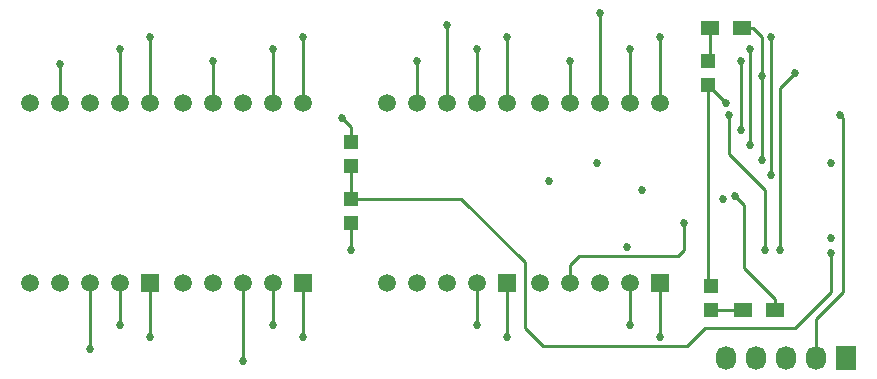
<source format=gbl>
G04 #@! TF.FileFunction,Copper,L4,Bot,Signal*
%FSLAX46Y46*%
G04 Gerber Fmt 4.6, Leading zero omitted, Abs format (unit mm)*
G04 Created by KiCad (PCBNEW (2015-05-26 BZR 5680)-product) date 2015 June 10, Wednesday 08:28:09*
%MOMM*%
G01*
G04 APERTURE LIST*
%ADD10C,0.100000*%
%ADD11R,1.198880X1.198880*%
%ADD12R,1.727200X2.032000*%
%ADD13O,1.727200X2.032000*%
%ADD14R,1.500000X1.500000*%
%ADD15C,1.500000*%
%ADD16R,1.500000X1.300000*%
%ADD17C,0.685800*%
%ADD18C,0.254000*%
G04 APERTURE END LIST*
D10*
D11*
X115570000Y-54643020D03*
X115570000Y-52544980D03*
X146050000Y-62009020D03*
X146050000Y-59910980D03*
X145796000Y-40860980D03*
X145796000Y-42959020D03*
D12*
X157480000Y-66040000D03*
D13*
X154940000Y-66040000D03*
X152400000Y-66040000D03*
X149860000Y-66040000D03*
X147320000Y-66040000D03*
D11*
X115570000Y-47718980D03*
X115570000Y-49817020D03*
D14*
X98552000Y-59690000D03*
D15*
X96012000Y-59690000D03*
X93472000Y-59690000D03*
X90932000Y-59690000D03*
X88392000Y-59690000D03*
X88392000Y-44450000D03*
X90932000Y-44450000D03*
X93472000Y-44450000D03*
X96012000Y-44450000D03*
X98552000Y-44450000D03*
D14*
X111506000Y-59690000D03*
D15*
X108966000Y-59690000D03*
X106426000Y-59690000D03*
X103886000Y-59690000D03*
X101346000Y-59690000D03*
X101346000Y-44450000D03*
X103886000Y-44450000D03*
X106426000Y-44450000D03*
X108966000Y-44450000D03*
X111506000Y-44450000D03*
D14*
X128778000Y-59690000D03*
D15*
X126238000Y-59690000D03*
X123698000Y-59690000D03*
X121158000Y-59690000D03*
X118618000Y-59690000D03*
X118618000Y-44450000D03*
X121158000Y-44450000D03*
X123698000Y-44450000D03*
X126238000Y-44450000D03*
X128778000Y-44450000D03*
D14*
X141732000Y-59690000D03*
D15*
X139192000Y-59690000D03*
X136652000Y-59690000D03*
X134112000Y-59690000D03*
X131572000Y-59690000D03*
X131572000Y-44450000D03*
X134112000Y-44450000D03*
X136652000Y-44450000D03*
X139192000Y-44450000D03*
X141732000Y-44450000D03*
D16*
X148764000Y-61976000D03*
X151464000Y-61976000D03*
X145970000Y-38100000D03*
X148670000Y-38100000D03*
D17*
X141732000Y-64262000D03*
X128778000Y-64262000D03*
X111506000Y-64262000D03*
X98552000Y-64262000D03*
X139192000Y-63246000D03*
X126238000Y-63246000D03*
X108966000Y-63246000D03*
X96012000Y-63246000D03*
X136652000Y-36830000D03*
X151892000Y-56896000D03*
X153162000Y-41910000D03*
X143764000Y-54610000D03*
X150368000Y-42164000D03*
X150368000Y-49276000D03*
X148082000Y-52324000D03*
X148590000Y-40894000D03*
X148590000Y-46736000D03*
X134112000Y-40894000D03*
X121158000Y-40894000D03*
X103886000Y-40894000D03*
X90932000Y-41148000D03*
X149352000Y-39878000D03*
X149352000Y-48006000D03*
X139192000Y-39878000D03*
X126238000Y-39878000D03*
X108966000Y-39878000D03*
X96012000Y-39878000D03*
X151130000Y-38862000D03*
X151130000Y-50546000D03*
X141732000Y-38862000D03*
X128778000Y-38862000D03*
X111506000Y-38862000D03*
X98552000Y-38862000D03*
X123698000Y-37846000D03*
X106426000Y-66294000D03*
X93472000Y-65278000D03*
X136398000Y-49530000D03*
X140208000Y-51816000D03*
X147066000Y-52578000D03*
X156210000Y-55880000D03*
X156210000Y-49530000D03*
X138938000Y-56642000D03*
X132334000Y-51054000D03*
X147320000Y-44450000D03*
X156972000Y-45466000D03*
X150622000Y-56896000D03*
X147574000Y-45466000D03*
X114808000Y-45720000D03*
X156210000Y-57150000D03*
X115570000Y-56896000D03*
D18*
X141732000Y-64262000D02*
X141732000Y-59690000D01*
X128778000Y-64262000D02*
X128778000Y-59690000D01*
X98552000Y-59690000D02*
X98552000Y-64262000D01*
X111506000Y-64262000D02*
X111506000Y-59690000D01*
X139192000Y-63246000D02*
X139192000Y-59690000D01*
X126238000Y-63246000D02*
X126238000Y-59690000D01*
X96012000Y-59690000D02*
X96012000Y-63246000D01*
X108966000Y-63246000D02*
X108966000Y-59690000D01*
X136652000Y-44450000D02*
X136652000Y-36830000D01*
X151892000Y-43180000D02*
X151892000Y-56896000D01*
X153162000Y-41910000D02*
X151892000Y-43180000D01*
X134112000Y-59690000D02*
X134112000Y-58166000D01*
X143764000Y-56896000D02*
X143764000Y-54610000D01*
X143256000Y-57404000D02*
X143764000Y-56896000D01*
X134874000Y-57404000D02*
X143256000Y-57404000D01*
X134112000Y-58166000D02*
X134874000Y-57404000D01*
X148670000Y-38100000D02*
X149606000Y-38100000D01*
X150368000Y-38862000D02*
X150368000Y-42164000D01*
X149606000Y-38100000D02*
X150368000Y-38862000D01*
X150368000Y-49276000D02*
X150368000Y-42164000D01*
X151464000Y-61976000D02*
X151464000Y-61040000D01*
X148844000Y-53086000D02*
X148082000Y-52324000D01*
X148844000Y-58420000D02*
X148844000Y-53086000D01*
X151464000Y-61040000D02*
X148844000Y-58420000D01*
X148590000Y-46736000D02*
X148590000Y-40894000D01*
X134112000Y-44450000D02*
X134112000Y-40894000D01*
X121158000Y-44450000D02*
X121158000Y-40894000D01*
X103886000Y-44450000D02*
X103886000Y-40894000D01*
X90932000Y-44450000D02*
X90932000Y-41148000D01*
X149352000Y-48006000D02*
X149352000Y-39878000D01*
X139192000Y-44450000D02*
X139192000Y-39878000D01*
X126238000Y-44450000D02*
X126238000Y-39878000D01*
X108966000Y-44450000D02*
X108966000Y-39878000D01*
X96012000Y-44450000D02*
X96012000Y-39878000D01*
X151130000Y-50546000D02*
X151130000Y-38862000D01*
X141732000Y-44450000D02*
X141732000Y-38862000D01*
X128778000Y-44450000D02*
X128778000Y-38862000D01*
X111506000Y-44450000D02*
X111506000Y-38862000D01*
X98552000Y-44450000D02*
X98552000Y-38862000D01*
X123698000Y-44450000D02*
X123698000Y-37846000D01*
X106426000Y-59690000D02*
X106426000Y-66294000D01*
X93472000Y-59690000D02*
X93472000Y-65278000D01*
X145796000Y-42959020D02*
X145829020Y-42959020D01*
X145829020Y-42959020D02*
X147320000Y-44450000D01*
X145796000Y-42959020D02*
X145796000Y-51308000D01*
X145796000Y-51308000D02*
X145796000Y-59656980D01*
X145796000Y-59656980D02*
X146050000Y-59910980D01*
X145575020Y-59910980D02*
X146050000Y-59910980D01*
X154940000Y-66040000D02*
X154940000Y-62738000D01*
X157226000Y-45720000D02*
X156972000Y-45466000D01*
X157226000Y-60452000D02*
X157226000Y-45720000D01*
X154940000Y-62738000D02*
X157226000Y-60452000D01*
X150622000Y-56896000D02*
X150622000Y-51816000D01*
X147574000Y-48768000D02*
X147574000Y-45466000D01*
X150622000Y-51816000D02*
X147574000Y-48768000D01*
X115570000Y-47718980D02*
X115570000Y-46482000D01*
X115570000Y-46482000D02*
X114808000Y-45720000D01*
X115570000Y-52544980D02*
X124934980Y-52544980D01*
X156210000Y-60452000D02*
X156210000Y-57150000D01*
X153162000Y-63500000D02*
X156210000Y-60452000D01*
X145542000Y-63500000D02*
X153162000Y-63500000D01*
X144018000Y-65024000D02*
X145542000Y-63500000D01*
X131826000Y-65024000D02*
X144018000Y-65024000D01*
X130302000Y-63500000D02*
X131826000Y-65024000D01*
X130302000Y-57912000D02*
X130302000Y-63500000D01*
X124934980Y-52544980D02*
X130302000Y-57912000D01*
X115570000Y-49817020D02*
X115570000Y-52544980D01*
X115570000Y-56896000D02*
X115570000Y-54643020D01*
X148764000Y-61976000D02*
X146083020Y-61976000D01*
X146083020Y-61976000D02*
X146050000Y-62009020D01*
X146050000Y-62009020D02*
X146050000Y-61722000D01*
X145970000Y-38100000D02*
X145970000Y-40686980D01*
X145970000Y-40686980D02*
X145796000Y-40860980D01*
M02*

</source>
